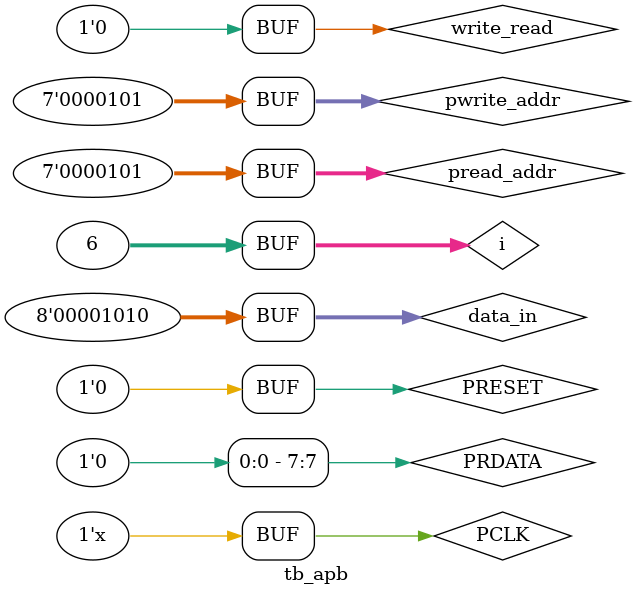
<source format=v>
`timescale 1ns/10ps
module tb_apb();
reg PCLK;
reg PRESET;
wire[7:0] PRDATA;
wire PREADY;
reg[7:0] data_in;
reg[6:0] pwrite_addr;
reg[6:0] pread_addr;
reg write_read;
wire PSELECT1;
wire PSELECT2;
wire PENABLE;
wire PWRITE;
wire[6:0] PADDR;
wire[6:0] PWDATA;
wire[6:0] data_out;
wire[2:0] state;
wire[2:0] next_state;
wire PSLVERR;
wire error1;
wire error2;
wire error3;
/////***** EXTRA SIGNALS******//////  
wire PREADY1;
wire PREADY2;
wire[6:0] PRDATA1;
wire[6:0] PRDATA2;
  
  Master uut(.PCLK(PCLK),
             .PRESET(PRESET),
             .PRDATA(PRDATA),
             .PREADY(PREADY),
             .data_in(data_in),
             .pwrite_addr(pwrite_addr),
             .pread_addr(pread_addr),
             .write_read(write_read),
             .PSELECT1(PSELECT1),
             .PSELECT2(PSELECT2),
             .PENABLE(PENABLE),
             .PWRITE(PWRITE),
             .PADDR(PADDR),
             .PWDATA(PWDATA),
             .data_out(data_out),
             .state(state),
             .next_state(next_state),
             .PSLVERR(PSLVERR),
             .error1(error1),
             .error2(error2),
             .error3(error3)
            );
  
  Slave1 uut2( .PCLK(PCLK),
                .PRESET(PRESET),
                .PENABLE(PENABLE),
                .PWRITE(PWRITE),
                .PADDR(PADDR),
                .PWDATA(PWDATA),
                .PRDATA(PRDATA1),
                .PREADY(PREADY1),
                .PSLVERR(PSLVERR),
                .PSELECT1(PSELECT1)
              );
  
  Slave2 uut3( .PCLK(PCLK),
                .PRESET(PRESET),
                .PENABLE(PENABLE),
                .PWRITE(PWRITE),
                .PADDR(PADDR),
                .PWDATA(PWDATA),
                .PRDATA(PRDATA2),
                .PREADY(PREADY2),
                .PSLVERR(PSLVERR),
                .PSELECT2(PSELECT2)
              );
  assign PREADY = PADDR[6] ? PREADY1 : PREADY2 ;
  assign PRDATA = PADDR[6] ? PRDATA1 : PRDATA2 ;
  
always #5 PCLK=~PCLK;
  integer i;

  initial begin
    PCLK=0;
    PRESET=0;
    
    #15;
    PRESET=1;
    write_read=1;
    #10;
    ///**********WRITING SLAVE 1*******************
    for(i=0;i<6;i=i+1) begin
      pwrite_addr={1'b1,i[5:0]};
      #10;
      data_in=i;
      //#20; correct
      #10;
    end
    PRESET=0;
    #10
    PRESET=1;
    write_read=0;
    #10;
    ///**********READING SLAVE 1*****************
    for(i=0;i<6;i=i+1) begin
    pread_addr={1'b1,i[5:0]};
    #20;
  end
  PRESET=0;
  #10;
  PRESET=1;
  write_read=1;
  // #10;
    ///**********WRITING SLAVE 2*******************
    for(i=0;i<6;i=i+1) begin
      pwrite_addr={1'b0,i[5:0]};
      #10;
      data_in=2*i;
      //#20; correct
      #10;
    end
    PRESET=0;
    #10;
     PRESET=1;
    write_read=0;
    //#10;
    ///**********READING SLAVE 2*****************
    for(i=0;i<6;i=i+1) begin
    pread_addr={1'b0,i[5:0]};
    #20;
  end
  PRESET=0;

  end

endmodule
    
    
  
            
</source>
